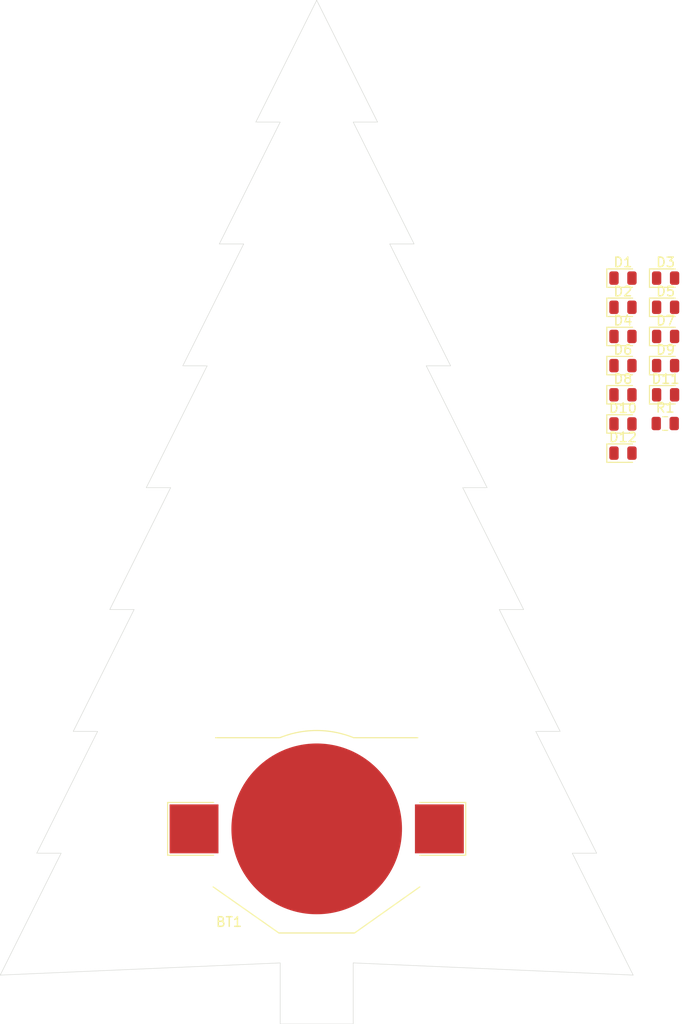
<source format=kicad_pcb>
(kicad_pcb (version 20171130) (host pcbnew 5.1.5-52549c5~84~ubuntu19.10.1)

  (general
    (thickness 1.6)
    (drawings 35)
    (tracks 0)
    (zones 0)
    (modules 14)
    (nets 4)
  )

  (page A4)
  (layers
    (0 F.Cu signal)
    (31 B.Cu signal)
    (32 B.Adhes user)
    (33 F.Adhes user)
    (34 B.Paste user)
    (35 F.Paste user)
    (36 B.SilkS user)
    (37 F.SilkS user)
    (38 B.Mask user)
    (39 F.Mask user)
    (40 Dwgs.User user)
    (41 Cmts.User user)
    (42 Eco1.User user)
    (43 Eco2.User user)
    (44 Edge.Cuts user)
    (45 Margin user)
    (46 B.CrtYd user)
    (47 F.CrtYd user)
    (48 B.Fab user)
    (49 F.Fab user)
  )

  (setup
    (last_trace_width 0.25)
    (trace_clearance 0.2)
    (zone_clearance 0.508)
    (zone_45_only no)
    (trace_min 0.2)
    (via_size 0.8)
    (via_drill 0.4)
    (via_min_size 0.4)
    (via_min_drill 0.3)
    (uvia_size 0.3)
    (uvia_drill 0.1)
    (uvias_allowed no)
    (uvia_min_size 0.2)
    (uvia_min_drill 0.1)
    (edge_width 0.05)
    (segment_width 0.2)
    (pcb_text_width 0.3)
    (pcb_text_size 1.5 1.5)
    (mod_edge_width 0.12)
    (mod_text_size 1 1)
    (mod_text_width 0.15)
    (pad_size 1.524 1.524)
    (pad_drill 0.762)
    (pad_to_mask_clearance 0.051)
    (solder_mask_min_width 0.25)
    (aux_axis_origin 0 0)
    (visible_elements FFFFFF7F)
    (pcbplotparams
      (layerselection 0x010fc_ffffffff)
      (usegerberextensions false)
      (usegerberattributes false)
      (usegerberadvancedattributes false)
      (creategerberjobfile false)
      (excludeedgelayer true)
      (linewidth 0.100000)
      (plotframeref false)
      (viasonmask false)
      (mode 1)
      (useauxorigin false)
      (hpglpennumber 1)
      (hpglpenspeed 20)
      (hpglpendiameter 15.000000)
      (psnegative false)
      (psa4output false)
      (plotreference true)
      (plotvalue true)
      (plotinvisibletext false)
      (padsonsilk false)
      (subtractmaskfromsilk false)
      (outputformat 1)
      (mirror false)
      (drillshape 1)
      (scaleselection 1)
      (outputdirectory ""))
  )

  (net 0 "")
  (net 1 "Net-(BT1-Pad1)")
  (net 2 "Net-(BT1-Pad2)")
  (net 3 "Net-(D1-Pad2)")

  (net_class Default "This is the default net class."
    (clearance 0.2)
    (trace_width 0.25)
    (via_dia 0.8)
    (via_drill 0.4)
    (uvia_dia 0.3)
    (uvia_drill 0.1)
    (add_net "Net-(BT1-Pad1)")
    (add_net "Net-(BT1-Pad2)")
    (add_net "Net-(D1-Pad2)")
  )

  (module Battery:BatteryHolder_Keystone_3002_1x2032 (layer F.Cu) (tedit 5D9C7E9A) (tstamp 5DF27012)
    (at 127 99.06)
    (descr https://www.tme.eu/it/Document/a823211ec201a9e209042d155fe22d2b/KEYS2996.pdf)
    (tags "BR2016 CR2016 DL2016 BR2020 CL2020 BR2025 CR2025 DL2025 DR2032 CR2032 DL2032")
    (path /5DF23DD5)
    (attr smd)
    (fp_text reference BT1 (at -9.15 9.7) (layer F.SilkS)
      (effects (font (size 1 1) (thickness 0.15)))
    )
    (fp_text value Battery_Cell (at 0 -11) (layer F.Fab)
      (effects (font (size 1 1) (thickness 0.15)))
    )
    (fp_text user %R (at -9.15 9.7) (layer F.Fab)
      (effects (font (size 1 1) (thickness 0.15)))
    )
    (fp_line (start 15.55 -2.75) (end 10.75 -2.75) (layer F.SilkS) (width 0.12))
    (fp_line (start 15.55 2.75) (end 15.55 -2.75) (layer F.SilkS) (width 0.12))
    (fp_line (start 10.75 2.75) (end 15.55 2.75) (layer F.SilkS) (width 0.12))
    (fp_line (start -15.55 2.75) (end -10.75 2.75) (layer F.SilkS) (width 0.12))
    (fp_line (start -15.55 -2.75) (end -15.55 2.75) (layer F.SilkS) (width 0.12))
    (fp_line (start -10.75 -2.75) (end -15.55 -2.75) (layer F.SilkS) (width 0.12))
    (fp_line (start -15.85 3.05) (end -15.85 -3.05) (layer F.CrtYd) (width 0.05))
    (fp_line (start -11.05 3.05) (end -15.85 3.05) (layer F.CrtYd) (width 0.05))
    (fp_line (start -11.05 6.35) (end -11.05 3.05) (layer F.CrtYd) (width 0.05))
    (fp_line (start -4.3 11.1) (end -11.05 6.35) (layer F.CrtYd) (width 0.05))
    (fp_line (start 4.3 11.1) (end -4.3 11.1) (layer F.CrtYd) (width 0.05))
    (fp_line (start 11.05 6.35) (end 4.3 11.1) (layer F.CrtYd) (width 0.05))
    (fp_line (start 11.05 3.05) (end 11.05 6.35) (layer F.CrtYd) (width 0.05))
    (fp_line (start 15.85 3.05) (end 11.05 3.05) (layer F.CrtYd) (width 0.05))
    (fp_line (start 15.85 -3.05) (end 15.85 3.05) (layer F.CrtYd) (width 0.05))
    (fp_line (start 11.05 -3.05) (end 15.85 -3.05) (layer F.CrtYd) (width 0.05))
    (fp_line (start 11.05 -9.8) (end 11.05 -3.05) (layer F.CrtYd) (width 0.05))
    (fp_line (start 11.05 -9.8) (end 3.9 -9.8) (layer F.CrtYd) (width 0.05))
    (fp_arc (start 0 0) (end 3.9 -9.8) (angle -43.40107348) (layer F.CrtYd) (width 0.05))
    (fp_line (start -11.05 -9.8) (end -3.9 -9.8) (layer F.CrtYd) (width 0.05))
    (fp_line (start -11.05 -3.05) (end -11.05 -9.8) (layer F.CrtYd) (width 0.05))
    (fp_line (start -15.85 -3.05) (end -11.05 -3.05) (layer F.CrtYd) (width 0.05))
    (fp_line (start 10.55 -9.5) (end 3.85 -9.5) (layer F.SilkS) (width 0.12))
    (fp_arc (start 0 0) (end 3.85 -9.5) (angle -44.1) (layer F.SilkS) (width 0.12))
    (fp_line (start -10.55 -9.5) (end -3.85 -9.5) (layer F.SilkS) (width 0.12))
    (fp_circle (center 0 0) (end 10 0) (layer Dwgs.User) (width 0.2))
    (fp_line (start 10.55 5.9) (end 3.8 10.6) (layer F.Fab) (width 0.1))
    (fp_line (start 3.95 10.85) (end 10.75 6.05) (layer F.SilkS) (width 0.12))
    (fp_line (start -3.95 10.85) (end 3.95 10.85) (layer F.SilkS) (width 0.12))
    (fp_line (start -10.8 6.05) (end -3.95 10.85) (layer F.SilkS) (width 0.12))
    (fp_line (start -10.55 5.85) (end -3.8 10.6) (layer F.Fab) (width 0.1))
    (fp_line (start -10.55 -2.55) (end -10.55 -9.3) (layer F.Fab) (width 0.1))
    (fp_line (start 10.55 -9.3) (end -10.55 -9.3) (layer F.Fab) (width 0.1))
    (fp_line (start 10.55 -2.55) (end 10.55 -9.3) (layer F.Fab) (width 0.1))
    (fp_line (start 15.35 -2.55) (end 10.55 -2.55) (layer F.Fab) (width 0.1))
    (fp_line (start 15.35 2.55) (end 15.35 -2.55) (layer F.Fab) (width 0.1))
    (fp_line (start 10.55 2.55) (end 15.35 2.55) (layer F.Fab) (width 0.1))
    (fp_line (start -3.8 10.6) (end 3.8 10.6) (layer F.Fab) (width 0.1))
    (fp_line (start 10.55 2.55) (end 10.55 5.9) (layer F.Fab) (width 0.1))
    (fp_line (start -10.55 2.55) (end -10.55 5.85) (layer F.Fab) (width 0.1))
    (fp_line (start -15.35 -2.55) (end -10.55 -2.55) (layer F.Fab) (width 0.1))
    (fp_line (start -15.35 2.55) (end -10.55 2.55) (layer F.Fab) (width 0.1))
    (fp_line (start -15.35 -2.55) (end -15.35 2.55) (layer F.Fab) (width 0.1))
    (pad 1 smd rect (at 12.8 0) (size 5.1 5.1) (layers F.Cu F.Paste F.Mask)
      (net 1 "Net-(BT1-Pad1)"))
    (pad 1 smd rect (at -12.8 0) (size 5.1 5.1) (layers F.Cu F.Paste F.Mask)
      (net 1 "Net-(BT1-Pad1)"))
    (pad 2 smd circle (at 0 0) (size 17.8 17.8) (layers F.Cu F.Mask)
      (net 2 "Net-(BT1-Pad2)"))
    (model ${KISYS3DMOD}/Battery.3dshapes/BatteryHolder_Keystone_3002_1x2032.wrl
      (at (xyz 0 0 0))
      (scale (xyz 1 1 1))
      (rotate (xyz 0 0 0))
    )
  )

  (module LED_SMD:LED_0805_2012Metric (layer F.Cu) (tedit 5B36C52C) (tstamp 5DF27025)
    (at 158.955001 41.660001)
    (descr "LED SMD 0805 (2012 Metric), square (rectangular) end terminal, IPC_7351 nominal, (Body size source: https://docs.google.com/spreadsheets/d/1BsfQQcO9C6DZCsRaXUlFlo91Tg2WpOkGARC1WS5S8t0/edit?usp=sharing), generated with kicad-footprint-generator")
    (tags diode)
    (path /5DF265F8)
    (attr smd)
    (fp_text reference D1 (at 0 -1.65) (layer F.SilkS)
      (effects (font (size 1 1) (thickness 0.15)))
    )
    (fp_text value LED (at 0 1.65) (layer F.Fab)
      (effects (font (size 1 1) (thickness 0.15)))
    )
    (fp_line (start 1 -0.6) (end -0.7 -0.6) (layer F.Fab) (width 0.1))
    (fp_line (start -0.7 -0.6) (end -1 -0.3) (layer F.Fab) (width 0.1))
    (fp_line (start -1 -0.3) (end -1 0.6) (layer F.Fab) (width 0.1))
    (fp_line (start -1 0.6) (end 1 0.6) (layer F.Fab) (width 0.1))
    (fp_line (start 1 0.6) (end 1 -0.6) (layer F.Fab) (width 0.1))
    (fp_line (start 1 -0.96) (end -1.685 -0.96) (layer F.SilkS) (width 0.12))
    (fp_line (start -1.685 -0.96) (end -1.685 0.96) (layer F.SilkS) (width 0.12))
    (fp_line (start -1.685 0.96) (end 1 0.96) (layer F.SilkS) (width 0.12))
    (fp_line (start -1.68 0.95) (end -1.68 -0.95) (layer F.CrtYd) (width 0.05))
    (fp_line (start -1.68 -0.95) (end 1.68 -0.95) (layer F.CrtYd) (width 0.05))
    (fp_line (start 1.68 -0.95) (end 1.68 0.95) (layer F.CrtYd) (width 0.05))
    (fp_line (start 1.68 0.95) (end -1.68 0.95) (layer F.CrtYd) (width 0.05))
    (fp_text user %R (at 0 0) (layer F.Fab)
      (effects (font (size 0.5 0.5) (thickness 0.08)))
    )
    (pad 1 smd roundrect (at -0.9375 0) (size 0.975 1.4) (layers F.Cu F.Paste F.Mask) (roundrect_rratio 0.25)
      (net 2 "Net-(BT1-Pad2)"))
    (pad 2 smd roundrect (at 0.9375 0) (size 0.975 1.4) (layers F.Cu F.Paste F.Mask) (roundrect_rratio 0.25)
      (net 3 "Net-(D1-Pad2)"))
    (model ${KISYS3DMOD}/LED_SMD.3dshapes/LED_0805_2012Metric.wrl
      (at (xyz 0 0 0))
      (scale (xyz 1 1 1))
      (rotate (xyz 0 0 0))
    )
  )

  (module LED_SMD:LED_0805_2012Metric (layer F.Cu) (tedit 5B36C52C) (tstamp 5DF27038)
    (at 158.955001 44.700001)
    (descr "LED SMD 0805 (2012 Metric), square (rectangular) end terminal, IPC_7351 nominal, (Body size source: https://docs.google.com/spreadsheets/d/1BsfQQcO9C6DZCsRaXUlFlo91Tg2WpOkGARC1WS5S8t0/edit?usp=sharing), generated with kicad-footprint-generator")
    (tags diode)
    (path /5DF27927)
    (attr smd)
    (fp_text reference D2 (at 0 -1.65) (layer F.SilkS)
      (effects (font (size 1 1) (thickness 0.15)))
    )
    (fp_text value LED (at 0 1.65) (layer F.Fab)
      (effects (font (size 1 1) (thickness 0.15)))
    )
    (fp_text user %R (at 0 0) (layer F.Fab)
      (effects (font (size 0.5 0.5) (thickness 0.08)))
    )
    (fp_line (start 1.68 0.95) (end -1.68 0.95) (layer F.CrtYd) (width 0.05))
    (fp_line (start 1.68 -0.95) (end 1.68 0.95) (layer F.CrtYd) (width 0.05))
    (fp_line (start -1.68 -0.95) (end 1.68 -0.95) (layer F.CrtYd) (width 0.05))
    (fp_line (start -1.68 0.95) (end -1.68 -0.95) (layer F.CrtYd) (width 0.05))
    (fp_line (start -1.685 0.96) (end 1 0.96) (layer F.SilkS) (width 0.12))
    (fp_line (start -1.685 -0.96) (end -1.685 0.96) (layer F.SilkS) (width 0.12))
    (fp_line (start 1 -0.96) (end -1.685 -0.96) (layer F.SilkS) (width 0.12))
    (fp_line (start 1 0.6) (end 1 -0.6) (layer F.Fab) (width 0.1))
    (fp_line (start -1 0.6) (end 1 0.6) (layer F.Fab) (width 0.1))
    (fp_line (start -1 -0.3) (end -1 0.6) (layer F.Fab) (width 0.1))
    (fp_line (start -0.7 -0.6) (end -1 -0.3) (layer F.Fab) (width 0.1))
    (fp_line (start 1 -0.6) (end -0.7 -0.6) (layer F.Fab) (width 0.1))
    (pad 2 smd roundrect (at 0.9375 0) (size 0.975 1.4) (layers F.Cu F.Paste F.Mask) (roundrect_rratio 0.25)
      (net 3 "Net-(D1-Pad2)"))
    (pad 1 smd roundrect (at -0.9375 0) (size 0.975 1.4) (layers F.Cu F.Paste F.Mask) (roundrect_rratio 0.25)
      (net 2 "Net-(BT1-Pad2)"))
    (model ${KISYS3DMOD}/LED_SMD.3dshapes/LED_0805_2012Metric.wrl
      (at (xyz 0 0 0))
      (scale (xyz 1 1 1))
      (rotate (xyz 0 0 0))
    )
  )

  (module LED_SMD:LED_0805_2012Metric (layer F.Cu) (tedit 5B36C52C) (tstamp 5DF2704B)
    (at 163.405001 41.660001)
    (descr "LED SMD 0805 (2012 Metric), square (rectangular) end terminal, IPC_7351 nominal, (Body size source: https://docs.google.com/spreadsheets/d/1BsfQQcO9C6DZCsRaXUlFlo91Tg2WpOkGARC1WS5S8t0/edit?usp=sharing), generated with kicad-footprint-generator")
    (tags diode)
    (path /5DF27D3A)
    (attr smd)
    (fp_text reference D3 (at 0 -1.65) (layer F.SilkS)
      (effects (font (size 1 1) (thickness 0.15)))
    )
    (fp_text value LED (at 0 1.65) (layer F.Fab)
      (effects (font (size 1 1) (thickness 0.15)))
    )
    (fp_line (start 1 -0.6) (end -0.7 -0.6) (layer F.Fab) (width 0.1))
    (fp_line (start -0.7 -0.6) (end -1 -0.3) (layer F.Fab) (width 0.1))
    (fp_line (start -1 -0.3) (end -1 0.6) (layer F.Fab) (width 0.1))
    (fp_line (start -1 0.6) (end 1 0.6) (layer F.Fab) (width 0.1))
    (fp_line (start 1 0.6) (end 1 -0.6) (layer F.Fab) (width 0.1))
    (fp_line (start 1 -0.96) (end -1.685 -0.96) (layer F.SilkS) (width 0.12))
    (fp_line (start -1.685 -0.96) (end -1.685 0.96) (layer F.SilkS) (width 0.12))
    (fp_line (start -1.685 0.96) (end 1 0.96) (layer F.SilkS) (width 0.12))
    (fp_line (start -1.68 0.95) (end -1.68 -0.95) (layer F.CrtYd) (width 0.05))
    (fp_line (start -1.68 -0.95) (end 1.68 -0.95) (layer F.CrtYd) (width 0.05))
    (fp_line (start 1.68 -0.95) (end 1.68 0.95) (layer F.CrtYd) (width 0.05))
    (fp_line (start 1.68 0.95) (end -1.68 0.95) (layer F.CrtYd) (width 0.05))
    (fp_text user %R (at 0 0) (layer F.Fab)
      (effects (font (size 0.5 0.5) (thickness 0.08)))
    )
    (pad 1 smd roundrect (at -0.9375 0) (size 0.975 1.4) (layers F.Cu F.Paste F.Mask) (roundrect_rratio 0.25)
      (net 2 "Net-(BT1-Pad2)"))
    (pad 2 smd roundrect (at 0.9375 0) (size 0.975 1.4) (layers F.Cu F.Paste F.Mask) (roundrect_rratio 0.25)
      (net 3 "Net-(D1-Pad2)"))
    (model ${KISYS3DMOD}/LED_SMD.3dshapes/LED_0805_2012Metric.wrl
      (at (xyz 0 0 0))
      (scale (xyz 1 1 1))
      (rotate (xyz 0 0 0))
    )
  )

  (module LED_SMD:LED_0805_2012Metric (layer F.Cu) (tedit 5B36C52C) (tstamp 5DF2705E)
    (at 158.955001 47.740001)
    (descr "LED SMD 0805 (2012 Metric), square (rectangular) end terminal, IPC_7351 nominal, (Body size source: https://docs.google.com/spreadsheets/d/1BsfQQcO9C6DZCsRaXUlFlo91Tg2WpOkGARC1WS5S8t0/edit?usp=sharing), generated with kicad-footprint-generator")
    (tags diode)
    (path /5DF2814F)
    (attr smd)
    (fp_text reference D4 (at 0 -1.65) (layer F.SilkS)
      (effects (font (size 1 1) (thickness 0.15)))
    )
    (fp_text value LED (at 0 1.65) (layer F.Fab)
      (effects (font (size 1 1) (thickness 0.15)))
    )
    (fp_text user %R (at 0 0) (layer F.Fab)
      (effects (font (size 0.5 0.5) (thickness 0.08)))
    )
    (fp_line (start 1.68 0.95) (end -1.68 0.95) (layer F.CrtYd) (width 0.05))
    (fp_line (start 1.68 -0.95) (end 1.68 0.95) (layer F.CrtYd) (width 0.05))
    (fp_line (start -1.68 -0.95) (end 1.68 -0.95) (layer F.CrtYd) (width 0.05))
    (fp_line (start -1.68 0.95) (end -1.68 -0.95) (layer F.CrtYd) (width 0.05))
    (fp_line (start -1.685 0.96) (end 1 0.96) (layer F.SilkS) (width 0.12))
    (fp_line (start -1.685 -0.96) (end -1.685 0.96) (layer F.SilkS) (width 0.12))
    (fp_line (start 1 -0.96) (end -1.685 -0.96) (layer F.SilkS) (width 0.12))
    (fp_line (start 1 0.6) (end 1 -0.6) (layer F.Fab) (width 0.1))
    (fp_line (start -1 0.6) (end 1 0.6) (layer F.Fab) (width 0.1))
    (fp_line (start -1 -0.3) (end -1 0.6) (layer F.Fab) (width 0.1))
    (fp_line (start -0.7 -0.6) (end -1 -0.3) (layer F.Fab) (width 0.1))
    (fp_line (start 1 -0.6) (end -0.7 -0.6) (layer F.Fab) (width 0.1))
    (pad 2 smd roundrect (at 0.9375 0) (size 0.975 1.4) (layers F.Cu F.Paste F.Mask) (roundrect_rratio 0.25)
      (net 3 "Net-(D1-Pad2)"))
    (pad 1 smd roundrect (at -0.9375 0) (size 0.975 1.4) (layers F.Cu F.Paste F.Mask) (roundrect_rratio 0.25)
      (net 2 "Net-(BT1-Pad2)"))
    (model ${KISYS3DMOD}/LED_SMD.3dshapes/LED_0805_2012Metric.wrl
      (at (xyz 0 0 0))
      (scale (xyz 1 1 1))
      (rotate (xyz 0 0 0))
    )
  )

  (module LED_SMD:LED_0805_2012Metric (layer F.Cu) (tedit 5B36C52C) (tstamp 5DF27071)
    (at 163.405001 44.700001)
    (descr "LED SMD 0805 (2012 Metric), square (rectangular) end terminal, IPC_7351 nominal, (Body size source: https://docs.google.com/spreadsheets/d/1BsfQQcO9C6DZCsRaXUlFlo91Tg2WpOkGARC1WS5S8t0/edit?usp=sharing), generated with kicad-footprint-generator")
    (tags diode)
    (path /5DF29ECD)
    (attr smd)
    (fp_text reference D5 (at 0 -1.65) (layer F.SilkS)
      (effects (font (size 1 1) (thickness 0.15)))
    )
    (fp_text value LED (at 0 1.65) (layer F.Fab)
      (effects (font (size 1 1) (thickness 0.15)))
    )
    (fp_line (start 1 -0.6) (end -0.7 -0.6) (layer F.Fab) (width 0.1))
    (fp_line (start -0.7 -0.6) (end -1 -0.3) (layer F.Fab) (width 0.1))
    (fp_line (start -1 -0.3) (end -1 0.6) (layer F.Fab) (width 0.1))
    (fp_line (start -1 0.6) (end 1 0.6) (layer F.Fab) (width 0.1))
    (fp_line (start 1 0.6) (end 1 -0.6) (layer F.Fab) (width 0.1))
    (fp_line (start 1 -0.96) (end -1.685 -0.96) (layer F.SilkS) (width 0.12))
    (fp_line (start -1.685 -0.96) (end -1.685 0.96) (layer F.SilkS) (width 0.12))
    (fp_line (start -1.685 0.96) (end 1 0.96) (layer F.SilkS) (width 0.12))
    (fp_line (start -1.68 0.95) (end -1.68 -0.95) (layer F.CrtYd) (width 0.05))
    (fp_line (start -1.68 -0.95) (end 1.68 -0.95) (layer F.CrtYd) (width 0.05))
    (fp_line (start 1.68 -0.95) (end 1.68 0.95) (layer F.CrtYd) (width 0.05))
    (fp_line (start 1.68 0.95) (end -1.68 0.95) (layer F.CrtYd) (width 0.05))
    (fp_text user %R (at 0 0) (layer F.Fab)
      (effects (font (size 0.5 0.5) (thickness 0.08)))
    )
    (pad 1 smd roundrect (at -0.9375 0) (size 0.975 1.4) (layers F.Cu F.Paste F.Mask) (roundrect_rratio 0.25)
      (net 2 "Net-(BT1-Pad2)"))
    (pad 2 smd roundrect (at 0.9375 0) (size 0.975 1.4) (layers F.Cu F.Paste F.Mask) (roundrect_rratio 0.25)
      (net 3 "Net-(D1-Pad2)"))
    (model ${KISYS3DMOD}/LED_SMD.3dshapes/LED_0805_2012Metric.wrl
      (at (xyz 0 0 0))
      (scale (xyz 1 1 1))
      (rotate (xyz 0 0 0))
    )
  )

  (module LED_SMD:LED_0805_2012Metric (layer F.Cu) (tedit 5B36C52C) (tstamp 5DF27084)
    (at 158.955001 50.780001)
    (descr "LED SMD 0805 (2012 Metric), square (rectangular) end terminal, IPC_7351 nominal, (Body size source: https://docs.google.com/spreadsheets/d/1BsfQQcO9C6DZCsRaXUlFlo91Tg2WpOkGARC1WS5S8t0/edit?usp=sharing), generated with kicad-footprint-generator")
    (tags diode)
    (path /5DF2AE4B)
    (attr smd)
    (fp_text reference D6 (at 0 -1.65) (layer F.SilkS)
      (effects (font (size 1 1) (thickness 0.15)))
    )
    (fp_text value LED (at 0 1.65) (layer F.Fab)
      (effects (font (size 1 1) (thickness 0.15)))
    )
    (fp_text user %R (at 0 0) (layer F.Fab)
      (effects (font (size 0.5 0.5) (thickness 0.08)))
    )
    (fp_line (start 1.68 0.95) (end -1.68 0.95) (layer F.CrtYd) (width 0.05))
    (fp_line (start 1.68 -0.95) (end 1.68 0.95) (layer F.CrtYd) (width 0.05))
    (fp_line (start -1.68 -0.95) (end 1.68 -0.95) (layer F.CrtYd) (width 0.05))
    (fp_line (start -1.68 0.95) (end -1.68 -0.95) (layer F.CrtYd) (width 0.05))
    (fp_line (start -1.685 0.96) (end 1 0.96) (layer F.SilkS) (width 0.12))
    (fp_line (start -1.685 -0.96) (end -1.685 0.96) (layer F.SilkS) (width 0.12))
    (fp_line (start 1 -0.96) (end -1.685 -0.96) (layer F.SilkS) (width 0.12))
    (fp_line (start 1 0.6) (end 1 -0.6) (layer F.Fab) (width 0.1))
    (fp_line (start -1 0.6) (end 1 0.6) (layer F.Fab) (width 0.1))
    (fp_line (start -1 -0.3) (end -1 0.6) (layer F.Fab) (width 0.1))
    (fp_line (start -0.7 -0.6) (end -1 -0.3) (layer F.Fab) (width 0.1))
    (fp_line (start 1 -0.6) (end -0.7 -0.6) (layer F.Fab) (width 0.1))
    (pad 2 smd roundrect (at 0.9375 0) (size 0.975 1.4) (layers F.Cu F.Paste F.Mask) (roundrect_rratio 0.25)
      (net 3 "Net-(D1-Pad2)"))
    (pad 1 smd roundrect (at -0.9375 0) (size 0.975 1.4) (layers F.Cu F.Paste F.Mask) (roundrect_rratio 0.25)
      (net 2 "Net-(BT1-Pad2)"))
    (model ${KISYS3DMOD}/LED_SMD.3dshapes/LED_0805_2012Metric.wrl
      (at (xyz 0 0 0))
      (scale (xyz 1 1 1))
      (rotate (xyz 0 0 0))
    )
  )

  (module LED_SMD:LED_0805_2012Metric (layer F.Cu) (tedit 5B36C52C) (tstamp 5DF27097)
    (at 163.405001 47.740001)
    (descr "LED SMD 0805 (2012 Metric), square (rectangular) end terminal, IPC_7351 nominal, (Body size source: https://docs.google.com/spreadsheets/d/1BsfQQcO9C6DZCsRaXUlFlo91Tg2WpOkGARC1WS5S8t0/edit?usp=sharing), generated with kicad-footprint-generator")
    (tags diode)
    (path /5DF2B23D)
    (attr smd)
    (fp_text reference D7 (at 0 -1.65) (layer F.SilkS)
      (effects (font (size 1 1) (thickness 0.15)))
    )
    (fp_text value LED (at 0 1.65) (layer F.Fab)
      (effects (font (size 1 1) (thickness 0.15)))
    )
    (fp_line (start 1 -0.6) (end -0.7 -0.6) (layer F.Fab) (width 0.1))
    (fp_line (start -0.7 -0.6) (end -1 -0.3) (layer F.Fab) (width 0.1))
    (fp_line (start -1 -0.3) (end -1 0.6) (layer F.Fab) (width 0.1))
    (fp_line (start -1 0.6) (end 1 0.6) (layer F.Fab) (width 0.1))
    (fp_line (start 1 0.6) (end 1 -0.6) (layer F.Fab) (width 0.1))
    (fp_line (start 1 -0.96) (end -1.685 -0.96) (layer F.SilkS) (width 0.12))
    (fp_line (start -1.685 -0.96) (end -1.685 0.96) (layer F.SilkS) (width 0.12))
    (fp_line (start -1.685 0.96) (end 1 0.96) (layer F.SilkS) (width 0.12))
    (fp_line (start -1.68 0.95) (end -1.68 -0.95) (layer F.CrtYd) (width 0.05))
    (fp_line (start -1.68 -0.95) (end 1.68 -0.95) (layer F.CrtYd) (width 0.05))
    (fp_line (start 1.68 -0.95) (end 1.68 0.95) (layer F.CrtYd) (width 0.05))
    (fp_line (start 1.68 0.95) (end -1.68 0.95) (layer F.CrtYd) (width 0.05))
    (fp_text user %R (at 0 0) (layer F.Fab)
      (effects (font (size 0.5 0.5) (thickness 0.08)))
    )
    (pad 1 smd roundrect (at -0.9375 0) (size 0.975 1.4) (layers F.Cu F.Paste F.Mask) (roundrect_rratio 0.25)
      (net 2 "Net-(BT1-Pad2)"))
    (pad 2 smd roundrect (at 0.9375 0) (size 0.975 1.4) (layers F.Cu F.Paste F.Mask) (roundrect_rratio 0.25)
      (net 3 "Net-(D1-Pad2)"))
    (model ${KISYS3DMOD}/LED_SMD.3dshapes/LED_0805_2012Metric.wrl
      (at (xyz 0 0 0))
      (scale (xyz 1 1 1))
      (rotate (xyz 0 0 0))
    )
  )

  (module LED_SMD:LED_0805_2012Metric (layer F.Cu) (tedit 5B36C52C) (tstamp 5DF270AA)
    (at 158.955001 53.820001)
    (descr "LED SMD 0805 (2012 Metric), square (rectangular) end terminal, IPC_7351 nominal, (Body size source: https://docs.google.com/spreadsheets/d/1BsfQQcO9C6DZCsRaXUlFlo91Tg2WpOkGARC1WS5S8t0/edit?usp=sharing), generated with kicad-footprint-generator")
    (tags diode)
    (path /5DF2B586)
    (attr smd)
    (fp_text reference D8 (at 0 -1.65) (layer F.SilkS)
      (effects (font (size 1 1) (thickness 0.15)))
    )
    (fp_text value LED (at 0 1.65) (layer F.Fab)
      (effects (font (size 1 1) (thickness 0.15)))
    )
    (fp_text user %R (at 0 0) (layer F.Fab)
      (effects (font (size 0.5 0.5) (thickness 0.08)))
    )
    (fp_line (start 1.68 0.95) (end -1.68 0.95) (layer F.CrtYd) (width 0.05))
    (fp_line (start 1.68 -0.95) (end 1.68 0.95) (layer F.CrtYd) (width 0.05))
    (fp_line (start -1.68 -0.95) (end 1.68 -0.95) (layer F.CrtYd) (width 0.05))
    (fp_line (start -1.68 0.95) (end -1.68 -0.95) (layer F.CrtYd) (width 0.05))
    (fp_line (start -1.685 0.96) (end 1 0.96) (layer F.SilkS) (width 0.12))
    (fp_line (start -1.685 -0.96) (end -1.685 0.96) (layer F.SilkS) (width 0.12))
    (fp_line (start 1 -0.96) (end -1.685 -0.96) (layer F.SilkS) (width 0.12))
    (fp_line (start 1 0.6) (end 1 -0.6) (layer F.Fab) (width 0.1))
    (fp_line (start -1 0.6) (end 1 0.6) (layer F.Fab) (width 0.1))
    (fp_line (start -1 -0.3) (end -1 0.6) (layer F.Fab) (width 0.1))
    (fp_line (start -0.7 -0.6) (end -1 -0.3) (layer F.Fab) (width 0.1))
    (fp_line (start 1 -0.6) (end -0.7 -0.6) (layer F.Fab) (width 0.1))
    (pad 2 smd roundrect (at 0.9375 0) (size 0.975 1.4) (layers F.Cu F.Paste F.Mask) (roundrect_rratio 0.25)
      (net 3 "Net-(D1-Pad2)"))
    (pad 1 smd roundrect (at -0.9375 0) (size 0.975 1.4) (layers F.Cu F.Paste F.Mask) (roundrect_rratio 0.25)
      (net 2 "Net-(BT1-Pad2)"))
    (model ${KISYS3DMOD}/LED_SMD.3dshapes/LED_0805_2012Metric.wrl
      (at (xyz 0 0 0))
      (scale (xyz 1 1 1))
      (rotate (xyz 0 0 0))
    )
  )

  (module LED_SMD:LED_0805_2012Metric (layer F.Cu) (tedit 5B36C52C) (tstamp 5DF270BD)
    (at 163.405001 50.780001)
    (descr "LED SMD 0805 (2012 Metric), square (rectangular) end terminal, IPC_7351 nominal, (Body size source: https://docs.google.com/spreadsheets/d/1BsfQQcO9C6DZCsRaXUlFlo91Tg2WpOkGARC1WS5S8t0/edit?usp=sharing), generated with kicad-footprint-generator")
    (tags diode)
    (path /5DF2B860)
    (attr smd)
    (fp_text reference D9 (at 0 -1.65) (layer F.SilkS)
      (effects (font (size 1 1) (thickness 0.15)))
    )
    (fp_text value LED (at 0 1.65) (layer F.Fab)
      (effects (font (size 1 1) (thickness 0.15)))
    )
    (fp_line (start 1 -0.6) (end -0.7 -0.6) (layer F.Fab) (width 0.1))
    (fp_line (start -0.7 -0.6) (end -1 -0.3) (layer F.Fab) (width 0.1))
    (fp_line (start -1 -0.3) (end -1 0.6) (layer F.Fab) (width 0.1))
    (fp_line (start -1 0.6) (end 1 0.6) (layer F.Fab) (width 0.1))
    (fp_line (start 1 0.6) (end 1 -0.6) (layer F.Fab) (width 0.1))
    (fp_line (start 1 -0.96) (end -1.685 -0.96) (layer F.SilkS) (width 0.12))
    (fp_line (start -1.685 -0.96) (end -1.685 0.96) (layer F.SilkS) (width 0.12))
    (fp_line (start -1.685 0.96) (end 1 0.96) (layer F.SilkS) (width 0.12))
    (fp_line (start -1.68 0.95) (end -1.68 -0.95) (layer F.CrtYd) (width 0.05))
    (fp_line (start -1.68 -0.95) (end 1.68 -0.95) (layer F.CrtYd) (width 0.05))
    (fp_line (start 1.68 -0.95) (end 1.68 0.95) (layer F.CrtYd) (width 0.05))
    (fp_line (start 1.68 0.95) (end -1.68 0.95) (layer F.CrtYd) (width 0.05))
    (fp_text user %R (at 0 0) (layer F.Fab)
      (effects (font (size 0.5 0.5) (thickness 0.08)))
    )
    (pad 1 smd roundrect (at -0.9375 0) (size 0.975 1.4) (layers F.Cu F.Paste F.Mask) (roundrect_rratio 0.25)
      (net 2 "Net-(BT1-Pad2)"))
    (pad 2 smd roundrect (at 0.9375 0) (size 0.975 1.4) (layers F.Cu F.Paste F.Mask) (roundrect_rratio 0.25)
      (net 3 "Net-(D1-Pad2)"))
    (model ${KISYS3DMOD}/LED_SMD.3dshapes/LED_0805_2012Metric.wrl
      (at (xyz 0 0 0))
      (scale (xyz 1 1 1))
      (rotate (xyz 0 0 0))
    )
  )

  (module LED_SMD:LED_0805_2012Metric (layer F.Cu) (tedit 5B36C52C) (tstamp 5DF270D0)
    (at 158.955001 56.860001)
    (descr "LED SMD 0805 (2012 Metric), square (rectangular) end terminal, IPC_7351 nominal, (Body size source: https://docs.google.com/spreadsheets/d/1BsfQQcO9C6DZCsRaXUlFlo91Tg2WpOkGARC1WS5S8t0/edit?usp=sharing), generated with kicad-footprint-generator")
    (tags diode)
    (path /5DF2C246)
    (attr smd)
    (fp_text reference D10 (at 0 -1.65) (layer F.SilkS)
      (effects (font (size 1 1) (thickness 0.15)))
    )
    (fp_text value LED (at 0 1.65) (layer F.Fab)
      (effects (font (size 1 1) (thickness 0.15)))
    )
    (fp_text user %R (at 0 0) (layer F.Fab)
      (effects (font (size 0.5 0.5) (thickness 0.08)))
    )
    (fp_line (start 1.68 0.95) (end -1.68 0.95) (layer F.CrtYd) (width 0.05))
    (fp_line (start 1.68 -0.95) (end 1.68 0.95) (layer F.CrtYd) (width 0.05))
    (fp_line (start -1.68 -0.95) (end 1.68 -0.95) (layer F.CrtYd) (width 0.05))
    (fp_line (start -1.68 0.95) (end -1.68 -0.95) (layer F.CrtYd) (width 0.05))
    (fp_line (start -1.685 0.96) (end 1 0.96) (layer F.SilkS) (width 0.12))
    (fp_line (start -1.685 -0.96) (end -1.685 0.96) (layer F.SilkS) (width 0.12))
    (fp_line (start 1 -0.96) (end -1.685 -0.96) (layer F.SilkS) (width 0.12))
    (fp_line (start 1 0.6) (end 1 -0.6) (layer F.Fab) (width 0.1))
    (fp_line (start -1 0.6) (end 1 0.6) (layer F.Fab) (width 0.1))
    (fp_line (start -1 -0.3) (end -1 0.6) (layer F.Fab) (width 0.1))
    (fp_line (start -0.7 -0.6) (end -1 -0.3) (layer F.Fab) (width 0.1))
    (fp_line (start 1 -0.6) (end -0.7 -0.6) (layer F.Fab) (width 0.1))
    (pad 2 smd roundrect (at 0.9375 0) (size 0.975 1.4) (layers F.Cu F.Paste F.Mask) (roundrect_rratio 0.25)
      (net 3 "Net-(D1-Pad2)"))
    (pad 1 smd roundrect (at -0.9375 0) (size 0.975 1.4) (layers F.Cu F.Paste F.Mask) (roundrect_rratio 0.25)
      (net 2 "Net-(BT1-Pad2)"))
    (model ${KISYS3DMOD}/LED_SMD.3dshapes/LED_0805_2012Metric.wrl
      (at (xyz 0 0 0))
      (scale (xyz 1 1 1))
      (rotate (xyz 0 0 0))
    )
  )

  (module LED_SMD:LED_0805_2012Metric (layer F.Cu) (tedit 5B36C52C) (tstamp 5DF270E3)
    (at 163.405001 53.820001)
    (descr "LED SMD 0805 (2012 Metric), square (rectangular) end terminal, IPC_7351 nominal, (Body size source: https://docs.google.com/spreadsheets/d/1BsfQQcO9C6DZCsRaXUlFlo91Tg2WpOkGARC1WS5S8t0/edit?usp=sharing), generated with kicad-footprint-generator")
    (tags diode)
    (path /5DF2C596)
    (attr smd)
    (fp_text reference D11 (at 0 -1.65) (layer F.SilkS)
      (effects (font (size 1 1) (thickness 0.15)))
    )
    (fp_text value LED (at 0 1.65) (layer F.Fab)
      (effects (font (size 1 1) (thickness 0.15)))
    )
    (fp_line (start 1 -0.6) (end -0.7 -0.6) (layer F.Fab) (width 0.1))
    (fp_line (start -0.7 -0.6) (end -1 -0.3) (layer F.Fab) (width 0.1))
    (fp_line (start -1 -0.3) (end -1 0.6) (layer F.Fab) (width 0.1))
    (fp_line (start -1 0.6) (end 1 0.6) (layer F.Fab) (width 0.1))
    (fp_line (start 1 0.6) (end 1 -0.6) (layer F.Fab) (width 0.1))
    (fp_line (start 1 -0.96) (end -1.685 -0.96) (layer F.SilkS) (width 0.12))
    (fp_line (start -1.685 -0.96) (end -1.685 0.96) (layer F.SilkS) (width 0.12))
    (fp_line (start -1.685 0.96) (end 1 0.96) (layer F.SilkS) (width 0.12))
    (fp_line (start -1.68 0.95) (end -1.68 -0.95) (layer F.CrtYd) (width 0.05))
    (fp_line (start -1.68 -0.95) (end 1.68 -0.95) (layer F.CrtYd) (width 0.05))
    (fp_line (start 1.68 -0.95) (end 1.68 0.95) (layer F.CrtYd) (width 0.05))
    (fp_line (start 1.68 0.95) (end -1.68 0.95) (layer F.CrtYd) (width 0.05))
    (fp_text user %R (at 0 0) (layer F.Fab)
      (effects (font (size 0.5 0.5) (thickness 0.08)))
    )
    (pad 1 smd roundrect (at -0.9375 0) (size 0.975 1.4) (layers F.Cu F.Paste F.Mask) (roundrect_rratio 0.25)
      (net 2 "Net-(BT1-Pad2)"))
    (pad 2 smd roundrect (at 0.9375 0) (size 0.975 1.4) (layers F.Cu F.Paste F.Mask) (roundrect_rratio 0.25)
      (net 3 "Net-(D1-Pad2)"))
    (model ${KISYS3DMOD}/LED_SMD.3dshapes/LED_0805_2012Metric.wrl
      (at (xyz 0 0 0))
      (scale (xyz 1 1 1))
      (rotate (xyz 0 0 0))
    )
  )

  (module LED_SMD:LED_0805_2012Metric (layer F.Cu) (tedit 5B36C52C) (tstamp 5DF270F6)
    (at 158.955001 59.900001)
    (descr "LED SMD 0805 (2012 Metric), square (rectangular) end terminal, IPC_7351 nominal, (Body size source: https://docs.google.com/spreadsheets/d/1BsfQQcO9C6DZCsRaXUlFlo91Tg2WpOkGARC1WS5S8t0/edit?usp=sharing), generated with kicad-footprint-generator")
    (tags diode)
    (path /5DF2C887)
    (attr smd)
    (fp_text reference D12 (at 0 -1.65) (layer F.SilkS)
      (effects (font (size 1 1) (thickness 0.15)))
    )
    (fp_text value LED (at 0 1.65) (layer F.Fab)
      (effects (font (size 1 1) (thickness 0.15)))
    )
    (fp_text user %R (at 0 0) (layer F.Fab)
      (effects (font (size 0.5 0.5) (thickness 0.08)))
    )
    (fp_line (start 1.68 0.95) (end -1.68 0.95) (layer F.CrtYd) (width 0.05))
    (fp_line (start 1.68 -0.95) (end 1.68 0.95) (layer F.CrtYd) (width 0.05))
    (fp_line (start -1.68 -0.95) (end 1.68 -0.95) (layer F.CrtYd) (width 0.05))
    (fp_line (start -1.68 0.95) (end -1.68 -0.95) (layer F.CrtYd) (width 0.05))
    (fp_line (start -1.685 0.96) (end 1 0.96) (layer F.SilkS) (width 0.12))
    (fp_line (start -1.685 -0.96) (end -1.685 0.96) (layer F.SilkS) (width 0.12))
    (fp_line (start 1 -0.96) (end -1.685 -0.96) (layer F.SilkS) (width 0.12))
    (fp_line (start 1 0.6) (end 1 -0.6) (layer F.Fab) (width 0.1))
    (fp_line (start -1 0.6) (end 1 0.6) (layer F.Fab) (width 0.1))
    (fp_line (start -1 -0.3) (end -1 0.6) (layer F.Fab) (width 0.1))
    (fp_line (start -0.7 -0.6) (end -1 -0.3) (layer F.Fab) (width 0.1))
    (fp_line (start 1 -0.6) (end -0.7 -0.6) (layer F.Fab) (width 0.1))
    (pad 2 smd roundrect (at 0.9375 0) (size 0.975 1.4) (layers F.Cu F.Paste F.Mask) (roundrect_rratio 0.25)
      (net 3 "Net-(D1-Pad2)"))
    (pad 1 smd roundrect (at -0.9375 0) (size 0.975 1.4) (layers F.Cu F.Paste F.Mask) (roundrect_rratio 0.25)
      (net 2 "Net-(BT1-Pad2)"))
    (model ${KISYS3DMOD}/LED_SMD.3dshapes/LED_0805_2012Metric.wrl
      (at (xyz 0 0 0))
      (scale (xyz 1 1 1))
      (rotate (xyz 0 0 0))
    )
  )

  (module Resistor_SMD:R_0805_2012Metric (layer F.Cu) (tedit 5B36C52B) (tstamp 5DF27107)
    (at 163.365001 56.815001)
    (descr "Resistor SMD 0805 (2012 Metric), square (rectangular) end terminal, IPC_7351 nominal, (Body size source: https://docs.google.com/spreadsheets/d/1BsfQQcO9C6DZCsRaXUlFlo91Tg2WpOkGARC1WS5S8t0/edit?usp=sharing), generated with kicad-footprint-generator")
    (tags resistor)
    (path /5DF25B68)
    (attr smd)
    (fp_text reference R1 (at 0 -1.65) (layer F.SilkS)
      (effects (font (size 1 1) (thickness 0.15)))
    )
    (fp_text value R_Small (at 0 1.65) (layer F.Fab)
      (effects (font (size 1 1) (thickness 0.15)))
    )
    (fp_line (start -1 0.6) (end -1 -0.6) (layer F.Fab) (width 0.1))
    (fp_line (start -1 -0.6) (end 1 -0.6) (layer F.Fab) (width 0.1))
    (fp_line (start 1 -0.6) (end 1 0.6) (layer F.Fab) (width 0.1))
    (fp_line (start 1 0.6) (end -1 0.6) (layer F.Fab) (width 0.1))
    (fp_line (start -0.258578 -0.71) (end 0.258578 -0.71) (layer F.SilkS) (width 0.12))
    (fp_line (start -0.258578 0.71) (end 0.258578 0.71) (layer F.SilkS) (width 0.12))
    (fp_line (start -1.68 0.95) (end -1.68 -0.95) (layer F.CrtYd) (width 0.05))
    (fp_line (start -1.68 -0.95) (end 1.68 -0.95) (layer F.CrtYd) (width 0.05))
    (fp_line (start 1.68 -0.95) (end 1.68 0.95) (layer F.CrtYd) (width 0.05))
    (fp_line (start 1.68 0.95) (end -1.68 0.95) (layer F.CrtYd) (width 0.05))
    (fp_text user %R (at 0 0) (layer F.Fab)
      (effects (font (size 0.5 0.5) (thickness 0.08)))
    )
    (pad 1 smd roundrect (at -0.9375 0) (size 0.975 1.4) (layers F.Cu F.Paste F.Mask) (roundrect_rratio 0.25)
      (net 3 "Net-(D1-Pad2)"))
    (pad 2 smd roundrect (at 0.9375 0) (size 0.975 1.4) (layers F.Cu F.Paste F.Mask) (roundrect_rratio 0.25)
      (net 1 "Net-(BT1-Pad1)"))
    (model ${KISYS3DMOD}/Resistor_SMD.3dshapes/R_0805_2012Metric.wrl
      (at (xyz 0 0 0))
      (scale (xyz 1 1 1))
      (rotate (xyz 0 0 0))
    )
  )

  (gr_line (start 123.19 119.38) (end 130.81 119.38) (layer Edge.Cuts) (width 0.05) (tstamp 5DF27842))
  (gr_line (start 130.81 119.38) (end 130.81 113.03) (layer Edge.Cuts) (width 0.05))
  (gr_line (start 123.19 113.03) (end 123.19 119.38) (layer Edge.Cuts) (width 0.05))
  (gr_line (start 130.81 113.03) (end 160.02 114.3) (layer Edge.Cuts) (width 0.05) (tstamp 5DF2778F))
  (gr_line (start 93.98 114.3) (end 123.19 113.03) (layer Edge.Cuts) (width 0.05))
  (gr_line (start 120.65 25.4) (end 127 12.7) (layer Edge.Cuts) (width 0.05) (tstamp 5DF276EA))
  (gr_line (start 111.76 63.5) (end 109.22 63.5) (layer Edge.Cuts) (width 0.05) (tstamp 5DF276E9))
  (gr_line (start 97.79 101.6) (end 104.14 88.9) (layer Edge.Cuts) (width 0.05) (tstamp 5DF276E8))
  (gr_line (start 109.22 63.5) (end 115.57 50.8) (layer Edge.Cuts) (width 0.05) (tstamp 5DF276E7))
  (gr_line (start 115.57 50.8) (end 113.03 50.8) (layer Edge.Cuts) (width 0.05) (tstamp 5DF276E6))
  (gr_line (start 116.84 38.1) (end 123.19 25.4) (layer Edge.Cuts) (width 0.05) (tstamp 5DF276E5))
  (gr_line (start 100.33 101.6) (end 97.79 101.6) (layer Edge.Cuts) (width 0.05) (tstamp 5DF276E4))
  (gr_line (start 105.41 76.2) (end 111.76 63.5) (layer Edge.Cuts) (width 0.05) (tstamp 5DF276E3))
  (gr_line (start 119.38 38.1) (end 116.84 38.1) (layer Edge.Cuts) (width 0.05) (tstamp 5DF276E2))
  (gr_line (start 104.14 88.9) (end 101.6 88.9) (layer Edge.Cuts) (width 0.05) (tstamp 5DF276E1))
  (gr_line (start 101.6 88.9) (end 107.95 76.2) (layer Edge.Cuts) (width 0.05) (tstamp 5DF276E0))
  (gr_line (start 107.95 76.2) (end 105.41 76.2) (layer Edge.Cuts) (width 0.05) (tstamp 5DF276DF))
  (gr_line (start 93.98 114.3) (end 100.33 101.6) (layer Edge.Cuts) (width 0.05) (tstamp 5DF276DE))
  (gr_line (start 123.19 25.4) (end 120.65 25.4) (layer Edge.Cuts) (width 0.05) (tstamp 5DF276DD))
  (gr_line (start 113.03 50.8) (end 119.38 38.1) (layer Edge.Cuts) (width 0.05) (tstamp 5DF276DC))
  (gr_line (start 153.67 101.6) (end 160.02 114.3) (layer Edge.Cuts) (width 0.05))
  (gr_line (start 156.21 101.6) (end 153.67 101.6) (layer Edge.Cuts) (width 0.05))
  (gr_line (start 149.86 88.9) (end 156.21 101.6) (layer Edge.Cuts) (width 0.05))
  (gr_line (start 152.4 88.9) (end 149.86 88.9) (layer Edge.Cuts) (width 0.05))
  (gr_line (start 146.05 76.2) (end 152.4 88.9) (layer Edge.Cuts) (width 0.05))
  (gr_line (start 148.59 76.2) (end 146.05 76.2) (layer Edge.Cuts) (width 0.05))
  (gr_line (start 142.24 63.5) (end 148.59 76.2) (layer Edge.Cuts) (width 0.05))
  (gr_line (start 144.78 63.5) (end 142.24 63.5) (layer Edge.Cuts) (width 0.05))
  (gr_line (start 138.43 50.8) (end 144.78 63.5) (layer Edge.Cuts) (width 0.05))
  (gr_line (start 140.97 50.8) (end 138.43 50.8) (layer Edge.Cuts) (width 0.05))
  (gr_line (start 134.62 38.1) (end 140.97 50.8) (layer Edge.Cuts) (width 0.05))
  (gr_line (start 137.16 38.1) (end 134.62 38.1) (layer Edge.Cuts) (width 0.05))
  (gr_line (start 130.81 25.4) (end 137.16 38.1) (layer Edge.Cuts) (width 0.05))
  (gr_line (start 133.35 25.4) (end 130.81 25.4) (layer Edge.Cuts) (width 0.05))
  (gr_line (start 127 12.7) (end 133.35 25.4) (layer Edge.Cuts) (width 0.05))

)

</source>
